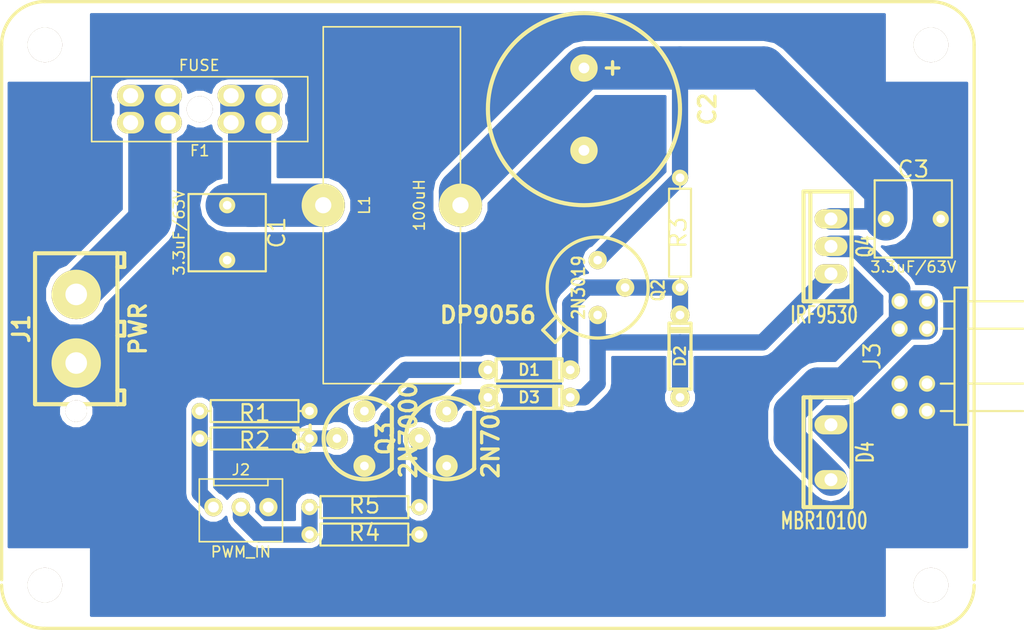
<source format=kicad_pcb>
(kicad_pcb (version 3) (host pcbnew "(2013-07-07 BZR 4022)-stable")

  (general
    (links 46)
    (no_connects 0)
    (area 22.9616 13.525499 120.484 64.669)
    (thickness 1.6)
    (drawings 0)
    (tracks 102)
    (zones 0)
    (modules 22)
    (nets 14)
  )

  (page A4)
  (layers
    (15 F.Cu signal)
    (0 B.Cu signal)
    (16 B.Adhes user)
    (17 F.Adhes user)
    (18 B.Paste user)
    (19 F.Paste user)
    (20 B.SilkS user)
    (21 F.SilkS user)
    (22 B.Mask user)
    (23 F.Mask user)
    (24 Dwgs.User user)
    (25 Cmts.User user)
    (26 Eco1.User user)
    (27 Eco2.User user)
    (28 Edge.Cuts user)
  )

  (setup
    (last_trace_width 1.5)
    (user_trace_width 0.5)
    (user_trace_width 0.508)
    (user_trace_width 1)
    (user_trace_width 1.5)
    (user_trace_width 2)
    (user_trace_width 3)
    (user_trace_width 4)
    (user_trace_width 5)
    (trace_clearance 0.254)
    (zone_clearance 0.5)
    (zone_45_only no)
    (trace_min 0.254)
    (segment_width 0.2)
    (edge_width 0.1)
    (via_size 0.889)
    (via_drill 0.635)
    (via_min_size 0.889)
    (via_min_drill 0.508)
    (user_via 1.7 0.8)
    (uvia_size 0.508)
    (uvia_drill 0.127)
    (uvias_allowed no)
    (uvia_min_size 0.508)
    (uvia_min_drill 0.127)
    (pcb_text_width 0.3)
    (pcb_text_size 1.5 1.5)
    (mod_edge_width 0.15)
    (mod_text_size 1 1)
    (mod_text_width 0.15)
    (pad_size 2.2 2.2)
    (pad_drill 1.2)
    (pad_to_mask_clearance 0)
    (aux_axis_origin 0 0)
    (visible_elements 7FFFFFFF)
    (pcbplotparams
      (layerselection 3178497)
      (usegerberextensions true)
      (excludeedgelayer true)
      (linewidth 0.150000)
      (plotframeref false)
      (viasonmask false)
      (mode 1)
      (useauxorigin false)
      (hpglpennumber 1)
      (hpglpenspeed 20)
      (hpglpendiameter 15)
      (hpglpenoverlay 2)
      (psnegative false)
      (psa4output false)
      (plotreference true)
      (plotvalue true)
      (plotothertext true)
      (plotinvisibletext false)
      (padsonsilk false)
      (subtractmaskfromsilk false)
      (outputformat 1)
      (mirror false)
      (drillshape 1)
      (scaleselection 1)
      (outputdirectory ""))
  )

  (net 0 "")
  (net 1 GND)
  (net 2 N-000001)
  (net 3 N-0000010)
  (net 4 N-0000011)
  (net 5 N-0000012)
  (net 6 N-000003)
  (net 7 N-000004)
  (net 8 N-000005)
  (net 9 N-000006)
  (net 10 N-000007)
  (net 11 N-000008)
  (net 12 N-000009)
  (net 13 VDD)

  (net_class Default "This is the default net class."
    (clearance 0.254)
    (trace_width 0.254)
    (via_dia 0.889)
    (via_drill 0.635)
    (uvia_dia 0.508)
    (uvia_drill 0.127)
    (add_net "")
    (add_net GND)
    (add_net N-000001)
    (add_net N-0000010)
    (add_net N-0000011)
    (add_net N-0000012)
    (add_net N-000003)
    (add_net N-000004)
    (add_net N-000005)
    (add_net N-000006)
    (add_net N-000007)
    (add_net N-000008)
    (add_net N-000009)
    (add_net VDD)
  )

  (module TO220-2 (layer F.Cu) (tedit 525D9A0F) (tstamp 55363A13)
    (at 100.33 54.61 180)
    (path /54DCAB09)
    (fp_text reference D4 (at -3.175 0 270) (layer F.SilkS)
      (effects (font (size 1.524 1.016) (thickness 0.2032)))
    )
    (fp_text value MBR10100 (at 0.635 -6.35 180) (layer F.SilkS)
      (effects (font (size 1.524 1.016) (thickness 0.2032)))
    )
    (fp_line (start 1.905 -5.08) (end 2.54 -5.08) (layer F.SilkS) (width 0.381))
    (fp_line (start 2.54 -5.08) (end 2.54 5.08) (layer F.SilkS) (width 0.381))
    (fp_line (start 2.54 5.08) (end 1.905 5.08) (layer F.SilkS) (width 0.381))
    (fp_line (start -1.905 -5.08) (end 1.905 -5.08) (layer F.SilkS) (width 0.381))
    (fp_line (start 1.905 -5.08) (end 1.905 5.08) (layer F.SilkS) (width 0.381))
    (fp_line (start 1.905 5.08) (end -1.905 5.08) (layer F.SilkS) (width 0.381))
    (fp_line (start -1.905 5.08) (end -1.905 -5.08) (layer F.SilkS) (width 0.381))
    (pad 1 thru_hole oval (at 0 -2.54 180) (size 3.048 1.778) (drill 1.19888)
      (layers *.Cu *.Mask F.SilkS)
      (net 3 N-0000010)
    )
    (pad 3 thru_hole oval (at 0 2.54 180) (size 3.048 1.778) (drill 1.19888)
      (layers *.Cu *.Mask F.SilkS)
      (net 1 GND)
    )
    (model discret/to220_vert.wrl
      (at (xyz 0 0 0))
      (scale (xyz 1 1 1))
      (rotate (xyz 0 0 0))
    )
  )

  (module TO-92_V (layer F.Cu) (tedit 4AD970F2) (tstamp 55363F9B)
    (at 57.15 53.34 90)
    (path /552FDA3D)
    (fp_text reference Q1 (at 0 -5.715 90) (layer F.SilkS)
      (effects (font (size 1.524 1.524) (thickness 0.3048)))
    )
    (fp_text value 2N7000 (at 0.762 4.064 90) (layer F.SilkS)
      (effects (font (size 1.524 1.524) (thickness 0.3048)))
    )
    (fp_line (start 2.794 2.54) (end -2.794 2.54) (layer F.SilkS) (width 0.381))
    (fp_arc (start 0 0) (end 2.54 -2.794) (angle 90) (layer F.SilkS) (width 0.381))
    (fp_arc (start 0 0) (end -2.54 -2.794) (angle 90) (layer F.SilkS) (width 0.381))
    (fp_arc (start 0 0) (end -2.794 2.54) (angle 90) (layer F.SilkS) (width 0.381))
    (pad 1 thru_hole circle (at -2.54 0 90) (size 2.032 2.032) (drill 0.8001)
      (layers *.Cu *.Mask F.SilkS)
      (net 1 GND)
    )
    (pad 2 thru_hole circle (at 0 -2.54 90) (size 2.032 2.032) (drill 0.8001)
      (layers *.Cu *.Mask F.SilkS)
      (net 8 N-000005)
    )
    (pad 3 thru_hole circle (at 2.54 0 90) (size 2.032 2.032) (drill 0.8001)
      (layers *.Cu *.Mask F.SilkS)
      (net 11 N-000008)
    )
  )

  (module TO-92_V (layer F.Cu) (tedit 4AD970F2) (tstamp 55363FA7)
    (at 64.77 53.34 90)
    (path /552FDA1A)
    (fp_text reference Q3 (at 0 -5.715 90) (layer F.SilkS)
      (effects (font (size 1.524 1.524) (thickness 0.3048)))
    )
    (fp_text value 2N7000 (at 0.762 4.064 90) (layer F.SilkS)
      (effects (font (size 1.524 1.524) (thickness 0.3048)))
    )
    (fp_line (start 2.794 2.54) (end -2.794 2.54) (layer F.SilkS) (width 0.381))
    (fp_arc (start 0 0) (end 2.54 -2.794) (angle 90) (layer F.SilkS) (width 0.381))
    (fp_arc (start 0 0) (end -2.54 -2.794) (angle 90) (layer F.SilkS) (width 0.381))
    (fp_arc (start 0 0) (end -2.794 2.54) (angle 90) (layer F.SilkS) (width 0.381))
    (pad 1 thru_hole circle (at -2.54 0 90) (size 2.032 2.032) (drill 0.8001)
      (layers *.Cu *.Mask F.SilkS)
      (net 1 GND)
    )
    (pad 2 thru_hole circle (at 0 -2.54 90) (size 2.032 2.032) (drill 0.8001)
      (layers *.Cu *.Mask F.SilkS)
      (net 9 N-000006)
    )
    (pad 3 thru_hole circle (at 2.54 0 90) (size 2.032 2.032) (drill 0.8001)
      (layers *.Cu *.Mask F.SilkS)
      (net 5 N-0000012)
    )
  )

  (module TO-39 (layer F.Cu) (tedit 55300677) (tstamp 55363A34)
    (at 78.74 39.37 90)
    (descr "Transistor TO38")
    (tags TO38)
    (path /54C35838)
    (fp_text reference Q2 (at -0.254 5.588 90) (layer F.SilkS)
      (effects (font (size 1.143 1.016) (thickness 0.2032)))
    )
    (fp_text value 2N3019 (at 0 -1.778 90) (layer F.SilkS)
      (effects (font (size 1.143 1.016) (thickness 0.2032)))
    )
    (fp_circle (center 0 0) (end 3.175 3.429) (layer F.SilkS) (width 0.3048))
    (fp_line (start -3.81 -2.667) (end -5.08 -3.937) (layer F.SilkS) (width 0.3048))
    (fp_line (start -2.667 -3.81) (end -3.937 -5.08) (layer F.SilkS) (width 0.3048))
    (fp_line (start -3.937 -5.08) (end -5.08 -3.937) (layer F.SilkS) (width 0.3048))
    (pad 2 thru_hole circle (at 2.54 0 90) (size 1.7 1.7) (drill 0.8)
      (layers *.Cu *.Mask F.SilkS)
      (net 6 N-000003)
    )
    (pad 1 thru_hole circle (at 0 2.54 90) (size 1.7 1.7) (drill 0.8)
      (layers *.Cu *.Mask F.SilkS)
      (net 12 N-000009)
    )
    (pad 3 thru_hole circle (at -2.54 0 90) (size 1.7 1.7) (drill 0.8)
      (layers *.Cu *.Mask F.SilkS)
      (net 7 N-000004)
    )
    (model discret/to5.wrl
      (at (xyz 0 0 0))
      (scale (xyz 1 1 1))
      (rotate (xyz 0 0 0))
    )
  )

  (module TO-220_V (layer F.Cu) (tedit 4AD99B76) (tstamp 55363A42)
    (at 100.33 35.56 180)
    (path /54B59908)
    (fp_text reference Q4 (at -3.175 0 270) (layer F.SilkS)
      (effects (font (size 1.524 1.016) (thickness 0.2032)))
    )
    (fp_text value IRF9530 (at 0.635 -6.35 180) (layer F.SilkS)
      (effects (font (size 1.524 1.016) (thickness 0.2032)))
    )
    (fp_line (start 1.905 -5.08) (end 2.54 -5.08) (layer F.SilkS) (width 0.381))
    (fp_line (start 2.54 -5.08) (end 2.54 5.08) (layer F.SilkS) (width 0.381))
    (fp_line (start 2.54 5.08) (end 1.905 5.08) (layer F.SilkS) (width 0.381))
    (fp_line (start -1.905 -5.08) (end 1.905 -5.08) (layer F.SilkS) (width 0.381))
    (fp_line (start 1.905 -5.08) (end 1.905 5.08) (layer F.SilkS) (width 0.381))
    (fp_line (start 1.905 5.08) (end -1.905 5.08) (layer F.SilkS) (width 0.381))
    (fp_line (start -1.905 5.08) (end -1.905 -5.08) (layer F.SilkS) (width 0.381))
    (pad 1 thru_hole oval (at 0 -2.54 180) (size 3.048 1.778) (drill 1.19888)
      (layers *.Cu *.Mask F.SilkS)
      (net 7 N-000004)
    )
    (pad 2 thru_hole oval (at 0 0 180) (size 3.048 1.778) (drill 1.19888)
      (layers *.Cu *.Mask F.SilkS)
      (net 3 N-0000010)
    )
    (pad 3 thru_hole oval (at 0 2.54 180) (size 3.048 1.778) (drill 1.19888)
      (layers *.Cu *.Mask F.SilkS)
      (net 6 N-000003)
    )
    (model discret/to220_vert.wrl
      (at (xyz 0 0 0))
      (scale (xyz 1 1 1))
      (rotate (xyz 0 0 0))
    )
  )

  (module R4 (layer F.Cu) (tedit 52119F90) (tstamp 55363A4F)
    (at 57.15 62.23 180)
    (descr "Resitance 4 pas")
    (tags R)
    (path /55356B1C)
    (autoplace_cost180 10)
    (fp_text reference R4 (at 0 0.18 180) (layer F.SilkS)
      (effects (font (size 1.5 1.5) (thickness 0.2032)))
    )
    (fp_text value 100k (at 0 0 180) (layer F.SilkS) hide
      (effects (font (size 1.397 1.27) (thickness 0.2032)))
    )
    (fp_line (start -5.08 0) (end -4.064 0) (layer F.SilkS) (width 0.2))
    (fp_line (start -4.064 0) (end -4.064 -1.016) (layer F.SilkS) (width 0.2))
    (fp_line (start -4.064 -1.016) (end 4.064 -1.016) (layer F.SilkS) (width 0.2))
    (fp_line (start 4.064 -1.016) (end 4.064 1.016) (layer F.SilkS) (width 0.2))
    (fp_line (start 4.064 1.016) (end -4.064 1.016) (layer F.SilkS) (width 0.2))
    (fp_line (start -4.064 1.016) (end -4.064 0) (layer F.SilkS) (width 0.2))
    (fp_line (start 5.08 0) (end 4.064 0) (layer F.SilkS) (width 0.2))
    (pad 1 thru_hole circle (at -5.08 0 180) (size 1.5 1.5) (drill 0.8001)
      (layers *.Cu *.Mask F.SilkS)
      (net 1 GND)
    )
    (pad 2 thru_hole circle (at 5.08 0 180) (size 1.5 1.5) (drill 0.8001)
      (layers *.Cu *.Mask F.SilkS)
      (net 4 N-0000011)
    )
    (model discret/resistor.wrl
      (at (xyz 0 0 0))
      (scale (xyz 0.4 0.4 0.4))
      (rotate (xyz 0 0 0))
    )
  )

  (module R4 (layer F.Cu) (tedit 52119F90) (tstamp 55363A5C)
    (at 46.99 50.8)
    (descr "Resitance 4 pas")
    (tags R)
    (path /55356B0D)
    (autoplace_cost180 10)
    (fp_text reference R1 (at 0 0.18) (layer F.SilkS)
      (effects (font (size 1.5 1.5) (thickness 0.2032)))
    )
    (fp_text value 100k (at 0 0) (layer F.SilkS) hide
      (effects (font (size 1.397 1.27) (thickness 0.2032)))
    )
    (fp_line (start -5.08 0) (end -4.064 0) (layer F.SilkS) (width 0.2))
    (fp_line (start -4.064 0) (end -4.064 -1.016) (layer F.SilkS) (width 0.2))
    (fp_line (start -4.064 -1.016) (end 4.064 -1.016) (layer F.SilkS) (width 0.2))
    (fp_line (start 4.064 -1.016) (end 4.064 1.016) (layer F.SilkS) (width 0.2))
    (fp_line (start 4.064 1.016) (end -4.064 1.016) (layer F.SilkS) (width 0.2))
    (fp_line (start -4.064 1.016) (end -4.064 0) (layer F.SilkS) (width 0.2))
    (fp_line (start 5.08 0) (end 4.064 0) (layer F.SilkS) (width 0.2))
    (pad 1 thru_hole circle (at -5.08 0) (size 1.5 1.5) (drill 0.8001)
      (layers *.Cu *.Mask F.SilkS)
      (net 10 N-000007)
    )
    (pad 2 thru_hole circle (at 5.08 0) (size 1.5 1.5) (drill 0.8001)
      (layers *.Cu *.Mask F.SilkS)
      (net 1 GND)
    )
    (model discret/resistor.wrl
      (at (xyz 0 0 0))
      (scale (xyz 0.4 0.4 0.4))
      (rotate (xyz 0 0 0))
    )
  )

  (module R4 (layer F.Cu) (tedit 52119F90) (tstamp 55363A69)
    (at 86.36 34.29 270)
    (descr "Resitance 4 pas")
    (tags R)
    (path /55356A80)
    (autoplace_cost180 10)
    (fp_text reference R3 (at 0 0.18 270) (layer F.SilkS)
      (effects (font (size 1.5 1.5) (thickness 0.2032)))
    )
    (fp_text value 100 (at 0 0 270) (layer F.SilkS) hide
      (effects (font (size 1.397 1.27) (thickness 0.2032)))
    )
    (fp_line (start -5.08 0) (end -4.064 0) (layer F.SilkS) (width 0.2))
    (fp_line (start -4.064 0) (end -4.064 -1.016) (layer F.SilkS) (width 0.2))
    (fp_line (start -4.064 -1.016) (end 4.064 -1.016) (layer F.SilkS) (width 0.2))
    (fp_line (start 4.064 -1.016) (end 4.064 1.016) (layer F.SilkS) (width 0.2))
    (fp_line (start 4.064 1.016) (end -4.064 1.016) (layer F.SilkS) (width 0.2))
    (fp_line (start -4.064 1.016) (end -4.064 0) (layer F.SilkS) (width 0.2))
    (fp_line (start 5.08 0) (end 4.064 0) (layer F.SilkS) (width 0.2))
    (pad 1 thru_hole circle (at -5.08 0 270) (size 1.5 1.5) (drill 0.8001)
      (layers *.Cu *.Mask F.SilkS)
      (net 6 N-000003)
    )
    (pad 2 thru_hole circle (at 5.08 0 270) (size 1.5 1.5) (drill 0.8001)
      (layers *.Cu *.Mask F.SilkS)
      (net 12 N-000009)
    )
    (model discret/resistor.wrl
      (at (xyz 0 0 0))
      (scale (xyz 0.4 0.4 0.4))
      (rotate (xyz 0 0 0))
    )
  )

  (module R4 (layer F.Cu) (tedit 52119F90) (tstamp 55363A76)
    (at 46.99 53.34)
    (descr "Resitance 4 pas")
    (tags R)
    (path /552FDC25)
    (autoplace_cost180 10)
    (fp_text reference R2 (at 0 0.18) (layer F.SilkS)
      (effects (font (size 1.5 1.5) (thickness 0.2032)))
    )
    (fp_text value 100 (at 0 0) (layer F.SilkS) hide
      (effects (font (size 1.397 1.27) (thickness 0.2032)))
    )
    (fp_line (start -5.08 0) (end -4.064 0) (layer F.SilkS) (width 0.2))
    (fp_line (start -4.064 0) (end -4.064 -1.016) (layer F.SilkS) (width 0.2))
    (fp_line (start -4.064 -1.016) (end 4.064 -1.016) (layer F.SilkS) (width 0.2))
    (fp_line (start 4.064 -1.016) (end 4.064 1.016) (layer F.SilkS) (width 0.2))
    (fp_line (start 4.064 1.016) (end -4.064 1.016) (layer F.SilkS) (width 0.2))
    (fp_line (start -4.064 1.016) (end -4.064 0) (layer F.SilkS) (width 0.2))
    (fp_line (start 5.08 0) (end 4.064 0) (layer F.SilkS) (width 0.2))
    (pad 1 thru_hole circle (at -5.08 0) (size 1.5 1.5) (drill 0.8001)
      (layers *.Cu *.Mask F.SilkS)
      (net 10 N-000007)
    )
    (pad 2 thru_hole circle (at 5.08 0) (size 1.5 1.5) (drill 0.8001)
      (layers *.Cu *.Mask F.SilkS)
      (net 8 N-000005)
    )
    (model discret/resistor.wrl
      (at (xyz 0 0 0))
      (scale (xyz 0.4 0.4 0.4))
      (rotate (xyz 0 0 0))
    )
  )

  (module R4 (layer F.Cu) (tedit 52119F90) (tstamp 55363A83)
    (at 57.15 59.69 180)
    (descr "Resitance 4 pas")
    (tags R)
    (path /54B5A882)
    (autoplace_cost180 10)
    (fp_text reference R5 (at 0 0.18 180) (layer F.SilkS)
      (effects (font (size 1.5 1.5) (thickness 0.2032)))
    )
    (fp_text value 100 (at 0 0 180) (layer F.SilkS) hide
      (effects (font (size 1.397 1.27) (thickness 0.2032)))
    )
    (fp_line (start -5.08 0) (end -4.064 0) (layer F.SilkS) (width 0.2))
    (fp_line (start -4.064 0) (end -4.064 -1.016) (layer F.SilkS) (width 0.2))
    (fp_line (start -4.064 -1.016) (end 4.064 -1.016) (layer F.SilkS) (width 0.2))
    (fp_line (start 4.064 -1.016) (end 4.064 1.016) (layer F.SilkS) (width 0.2))
    (fp_line (start 4.064 1.016) (end -4.064 1.016) (layer F.SilkS) (width 0.2))
    (fp_line (start -4.064 1.016) (end -4.064 0) (layer F.SilkS) (width 0.2))
    (fp_line (start 5.08 0) (end 4.064 0) (layer F.SilkS) (width 0.2))
    (pad 1 thru_hole circle (at -5.08 0 180) (size 1.5 1.5) (drill 0.8001)
      (layers *.Cu *.Mask F.SilkS)
      (net 9 N-000006)
    )
    (pad 2 thru_hole circle (at 5.08 0 180) (size 1.5 1.5) (drill 0.8001)
      (layers *.Cu *.Mask F.SilkS)
      (net 4 N-0000011)
    )
    (model discret/resistor.wrl
      (at (xyz 0 0 0))
      (scale (xyz 0.4 0.4 0.4))
      (rotate (xyz 0 0 0))
    )
  )

  (module MOLEX_36538_2 (layer F.Cu) (tedit 4ACC962B) (tstamp 55363A97)
    (at 30.48 43.18 90)
    (path /54DCAB3A)
    (fp_text reference J1 (at 0 -5.08 90) (layer F.SilkS)
      (effects (font (size 1.524 1.524) (thickness 0.3048)))
    )
    (fp_text value PWR (at 0 5.715 90) (layer F.SilkS)
      (effects (font (size 1.524 1.524) (thickness 0.3048)))
    )
    (fp_line (start 6.985 4.445) (end 5.715 4.445) (layer F.SilkS) (width 0.381))
    (fp_line (start 5.715 4.445) (end 5.715 3.81) (layer F.SilkS) (width 0.381))
    (fp_line (start -6.985 4.445) (end -5.715 4.445) (layer F.SilkS) (width 0.381))
    (fp_line (start -5.715 4.445) (end -5.715 3.81) (layer F.SilkS) (width 0.381))
    (fp_line (start -0.635 3.81) (end -0.635 4.445) (layer F.SilkS) (width 0.381))
    (fp_line (start -0.635 4.445) (end 0.635 4.445) (layer F.SilkS) (width 0.381))
    (fp_line (start 0.635 4.445) (end 0.635 3.81) (layer F.SilkS) (width 0.381))
    (fp_line (start -6.985 3.81) (end -6.985 4.445) (layer F.SilkS) (width 0.381))
    (fp_line (start 6.985 3.81) (end 6.985 4.445) (layer F.SilkS) (width 0.381))
    (fp_line (start 6.985 3.81) (end 6.985 -3.81) (layer F.SilkS) (width 0.381))
    (fp_line (start 6.985 -3.81) (end -6.985 -3.81) (layer F.SilkS) (width 0.381))
    (fp_line (start -6.985 -3.81) (end -6.985 3.81) (layer F.SilkS) (width 0.381))
    (fp_line (start -6.985 3.81) (end 6.985 3.81) (layer F.SilkS) (width 0.381))
    (pad 1 thru_hole circle (at -3.175 0 90) (size 4.572 4.572) (drill 1.99898)
      (layers *.Cu *.Mask F.SilkS)
      (net 1 GND)
    )
    (pad 2 thru_hole circle (at 3.175 0 90) (size 4.572 4.572) (drill 1.99898)
      (layers *.Cu *.Mask F.SilkS)
      (net 2 N-000001)
    )
    (pad "" thru_hole circle (at -7.62 0 90) (size 1.99898 1.99898) (drill 1.99898)
      (layers *.Cu *.Mask F.SilkS)
    )
  )

  (module MD-TEST-HDR-M (layer F.Cu) (tedit 54D8F1D0) (tstamp 55363AAF)
    (at 107.95 45.72 90)
    (path /54DCAB2B)
    (fp_text reference J3 (at 0 -3.81 90) (layer F.SilkS)
      (effects (font (size 1.5 1.5) (thickness 0.2)))
    )
    (fp_text value OUT (at 0 11.43 90) (layer F.SilkS) hide
      (effects (font (size 1.5 1.5) (thickness 0.2)))
    )
    (fp_line (start -6.35 5.08) (end 6.35 5.08) (layer F.SilkS) (width 0.2))
    (fp_line (start -6.35 3.81) (end 6.35 3.81) (layer F.SilkS) (width 0.2))
    (fp_line (start -6.35 5.08) (end -6.35 3.81) (layer F.SilkS) (width 0.2))
    (fp_line (start 6.35 5.08) (end 6.35 3.81) (layer F.SilkS) (width 0.2))
    (fp_line (start -5.08 10.16) (end -5.08 5.08) (layer F.SilkS) (width 0.2))
    (fp_line (start -2.54 10.16) (end -2.54 5.08) (layer F.SilkS) (width 0.2))
    (fp_line (start 2.54 10.16) (end 2.54 5.08) (layer F.SilkS) (width 0.2))
    (fp_line (start 5.08 10.16) (end 5.08 5.08) (layer F.SilkS) (width 0.2))
    (fp_line (start -5.08 3.81) (end -5.08 2.54) (layer F.SilkS) (width 0.2))
    (fp_line (start -2.54 3.81) (end -2.54 2.54) (layer F.SilkS) (width 0.2))
    (fp_line (start 2.54 3.81) (end 2.54 2.54) (layer F.SilkS) (width 0.2))
    (fp_line (start 5.08 3.81) (end 5.08 2.54) (layer F.SilkS) (width 0.2))
    (pad 1 thru_hole circle (at -5.08 1.27 90) (size 1.5 1.5) (drill 1)
      (layers *.Cu *.Mask F.SilkS)
      (net 1 GND)
    )
    (pad 2 thru_hole circle (at -5.08 -1.27 90) (size 1.5 1.5) (drill 1)
      (layers *.Cu *.Mask F.SilkS)
      (net 1 GND)
    )
    (pad 3 thru_hole circle (at -2.54 1.27 90) (size 1.5 1.5) (drill 1)
      (layers *.Cu *.Mask F.SilkS)
      (net 1 GND)
    )
    (pad 4 thru_hole circle (at -2.54 -1.27 90) (size 1.5 1.5) (drill 1)
      (layers *.Cu *.Mask F.SilkS)
      (net 1 GND)
    )
    (pad 7 thru_hole circle (at 2.54 1.27 90) (size 1.5 1.5) (drill 1)
      (layers *.Cu *.Mask F.SilkS)
      (net 3 N-0000010)
    )
    (pad 9 thru_hole circle (at 5.08 1.27 90) (size 1.5 1.5) (drill 1)
      (layers *.Cu *.Mask F.SilkS)
      (net 3 N-0000010)
    )
    (pad 10 thru_hole circle (at 5.08 -1.27 90) (size 1.5 1.5) (drill 1)
      (layers *.Cu *.Mask F.SilkS)
      (net 3 N-0000010)
    )
    (pad 8 thru_hole circle (at 2.54 -1.27 90) (size 1.5 1.5) (drill 1)
      (layers *.Cu *.Mask F.SilkS)
      (net 3 N-0000010)
    )
  )

  (module L-TOROID-D35X5 (layer F.Cu) (tedit 54D8F03E) (tstamp 55363AB9)
    (at 59.69 31.75 90)
    (path /552FDD45)
    (fp_text reference L1 (at 0 -2.54 90) (layer F.SilkS)
      (effects (font (size 1 1) (thickness 0.15)))
    )
    (fp_text value 100uH (at 0 2.54 90) (layer F.SilkS)
      (effects (font (size 1 1) (thickness 0.15)))
    )
    (fp_line (start -16.51 -6.35) (end 16.51 -6.35) (layer F.SilkS) (width 0.15))
    (fp_line (start 16.51 -6.35) (end 16.51 6.35) (layer F.SilkS) (width 0.15))
    (fp_line (start 16.51 6.35) (end -16.51 6.35) (layer F.SilkS) (width 0.15))
    (fp_line (start -16.51 6.35) (end -16.51 -6.35) (layer F.SilkS) (width 0.15))
    (pad 1 thru_hole circle (at 0 -6.35 90) (size 4 4) (drill 1.5)
      (layers *.Cu *.Mask F.SilkS)
      (net 13 VDD)
    )
    (pad 2 thru_hole circle (at 0 6.35 90) (size 4 4) (drill 1.5)
      (layers *.Cu *.Mask F.SilkS)
      (net 6 N-000003)
    )
  )

  (module D3 (layer F.Cu) (tedit 525A75FB) (tstamp 55363AC9)
    (at 86.36 45.72 90)
    (descr "Diode 3 pas")
    (tags "DIODE DEV")
    (path /54C35AF0)
    (fp_text reference D2 (at 0 0 90) (layer F.SilkS)
      (effects (font (size 1.016 1.016) (thickness 0.2032)))
    )
    (fp_text value 1N5819 (at 0 0 90) (layer F.SilkS) hide
      (effects (font (size 1.016 1.016) (thickness 0.2032)))
    )
    (fp_line (start 3.81 0) (end 3.048 0) (layer F.SilkS) (width 0.3048))
    (fp_line (start 3.048 0) (end 3.048 -1.016) (layer F.SilkS) (width 0.3048))
    (fp_line (start 3.048 -1.016) (end -3.048 -1.016) (layer F.SilkS) (width 0.3048))
    (fp_line (start -3.048 -1.016) (end -3.048 0) (layer F.SilkS) (width 0.3048))
    (fp_line (start -3.048 0) (end -3.81 0) (layer F.SilkS) (width 0.3048))
    (fp_line (start -3.048 0) (end -3.048 1.016) (layer F.SilkS) (width 0.3048))
    (fp_line (start -3.048 1.016) (end 3.048 1.016) (layer F.SilkS) (width 0.3048))
    (fp_line (start 3.048 1.016) (end 3.048 0) (layer F.SilkS) (width 0.3048))
    (fp_line (start 2.54 -1.016) (end 2.54 1.016) (layer F.SilkS) (width 0.3048))
    (fp_line (start 2.286 1.016) (end 2.286 -1.016) (layer F.SilkS) (width 0.3048))
    (pad 2 thru_hole circle (at 3.81 0 90) (size 1.778 1.778) (drill 0.8001)
      (layers *.Cu *.Mask F.SilkS)
      (net 12 N-000009)
    )
    (pad 1 thru_hole circle (at -3.81 0 90) (size 1.778 1.778) (drill 0.8001)
      (layers *.Cu *.Mask F.SilkS)
      (net 7 N-000004)
    )
    (model discret/diode.wrl
      (at (xyz 0 0 0))
      (scale (xyz 0.3 0.3 0.3))
      (rotate (xyz 0 0 0))
    )
  )

  (module D3 (layer F.Cu) (tedit 525A75FB) (tstamp 55363AD9)
    (at 72.39 46.99)
    (descr "Diode 3 pas")
    (tags "DIODE DEV")
    (path /55356A52)
    (fp_text reference D1 (at 0 0) (layer F.SilkS)
      (effects (font (size 1.016 1.016) (thickness 0.2032)))
    )
    (fp_text value ZENER (at 0 0) (layer F.SilkS) hide
      (effects (font (size 1.016 1.016) (thickness 0.2032)))
    )
    (fp_line (start 3.81 0) (end 3.048 0) (layer F.SilkS) (width 0.3048))
    (fp_line (start 3.048 0) (end 3.048 -1.016) (layer F.SilkS) (width 0.3048))
    (fp_line (start 3.048 -1.016) (end -3.048 -1.016) (layer F.SilkS) (width 0.3048))
    (fp_line (start -3.048 -1.016) (end -3.048 0) (layer F.SilkS) (width 0.3048))
    (fp_line (start -3.048 0) (end -3.81 0) (layer F.SilkS) (width 0.3048))
    (fp_line (start -3.048 0) (end -3.048 1.016) (layer F.SilkS) (width 0.3048))
    (fp_line (start -3.048 1.016) (end 3.048 1.016) (layer F.SilkS) (width 0.3048))
    (fp_line (start 3.048 1.016) (end 3.048 0) (layer F.SilkS) (width 0.3048))
    (fp_line (start 2.54 -1.016) (end 2.54 1.016) (layer F.SilkS) (width 0.3048))
    (fp_line (start 2.286 1.016) (end 2.286 -1.016) (layer F.SilkS) (width 0.3048))
    (pad 2 thru_hole circle (at 3.81 0) (size 1.778 1.778) (drill 0.8001)
      (layers *.Cu *.Mask F.SilkS)
      (net 12 N-000009)
    )
    (pad 1 thru_hole circle (at -3.81 0) (size 1.778 1.778) (drill 0.8001)
      (layers *.Cu *.Mask F.SilkS)
      (net 11 N-000008)
    )
    (model discret/diode.wrl
      (at (xyz 0 0 0))
      (scale (xyz 0.3 0.3 0.3))
      (rotate (xyz 0 0 0))
    )
  )

  (module D3 (layer F.Cu) (tedit 525A75FB) (tstamp 55363AE9)
    (at 72.39 49.53)
    (descr "Diode 3 pas")
    (tags "DIODE DEV")
    (path /54B5A6F5)
    (fp_text reference D3 (at 0 0) (layer F.SilkS)
      (effects (font (size 1.016 1.016) (thickness 0.2032)))
    )
    (fp_text value "ZENER 33V" (at 0 0) (layer F.SilkS) hide
      (effects (font (size 1.016 1.016) (thickness 0.2032)))
    )
    (fp_line (start 3.81 0) (end 3.048 0) (layer F.SilkS) (width 0.3048))
    (fp_line (start 3.048 0) (end 3.048 -1.016) (layer F.SilkS) (width 0.3048))
    (fp_line (start 3.048 -1.016) (end -3.048 -1.016) (layer F.SilkS) (width 0.3048))
    (fp_line (start -3.048 -1.016) (end -3.048 0) (layer F.SilkS) (width 0.3048))
    (fp_line (start -3.048 0) (end -3.81 0) (layer F.SilkS) (width 0.3048))
    (fp_line (start -3.048 0) (end -3.048 1.016) (layer F.SilkS) (width 0.3048))
    (fp_line (start -3.048 1.016) (end 3.048 1.016) (layer F.SilkS) (width 0.3048))
    (fp_line (start 3.048 1.016) (end 3.048 0) (layer F.SilkS) (width 0.3048))
    (fp_line (start 2.54 -1.016) (end 2.54 1.016) (layer F.SilkS) (width 0.3048))
    (fp_line (start 2.286 1.016) (end 2.286 -1.016) (layer F.SilkS) (width 0.3048))
    (pad 2 thru_hole circle (at 3.81 0) (size 1.778 1.778) (drill 0.8001)
      (layers *.Cu *.Mask F.SilkS)
      (net 7 N-000004)
    )
    (pad 1 thru_hole circle (at -3.81 0) (size 1.778 1.778) (drill 0.8001)
      (layers *.Cu *.Mask F.SilkS)
      (net 5 N-0000012)
    )
    (model discret/diode.wrl
      (at (xyz 0 0 0))
      (scale (xyz 0.3 0.3 0.3))
      (rotate (xyz 0 0 0))
    )
  )

  (module CONN_NCW254-03S (layer F.Cu) (tedit 525A1FCA) (tstamp 55363AF7)
    (at 45.72 59.69)
    (path /54DCAB49)
    (fp_text reference J2 (at 0 -3.45) (layer F.SilkS)
      (effects (font (size 1 1) (thickness 0.15)))
    )
    (fp_text value PWM_IN (at 0 4.15) (layer F.SilkS)
      (effects (font (size 1 1) (thickness 0.15)))
    )
    (fp_line (start 2.5 -2) (end -2.5 -2) (layer F.SilkS) (width 0.15))
    (fp_line (start 2.5 -2.6) (end 2.5 -2) (layer F.SilkS) (width 0.15))
    (fp_line (start -2.5 -2.6) (end -2.5 -2) (layer F.SilkS) (width 0.15))
    (fp_line (start 3.85 -2.6) (end 3.85 3.2) (layer F.SilkS) (width 0.15))
    (fp_line (start -3.85 -2.6) (end 3.85 -2.6) (layer F.SilkS) (width 0.15))
    (fp_line (start -3.85 3.2) (end -3.85 -2.6) (layer F.SilkS) (width 0.15))
    (fp_line (start -3.85 3.2) (end 3.85 3.2) (layer F.SilkS) (width 0.15))
    (pad 2 thru_hole circle (at 0 0) (size 1.7 1.7) (drill 1)
      (layers *.Cu *.Mask F.SilkS)
      (net 4 N-0000011)
    )
    (pad 3 thru_hole circle (at 2.54 0) (size 1.7 1.7) (drill 1)
      (layers *.Cu *.Mask F.SilkS)
      (net 1 GND)
    )
    (pad 1 thru_hole circle (at -2.54 0) (size 1.7 1.7) (drill 1)
      (layers *.Cu *.Mask F.SilkS)
      (net 10 N-000007)
    )
  )

  (module C3P_D7 (layer F.Cu) (tedit 4AD8E8B8) (tstamp 55363AFF)
    (at 77.47 22.86 270)
    (path /552FDD09)
    (fp_text reference C2 (at 0 -11.43 270) (layer F.SilkS)
      (effects (font (size 1.524 1.524) (thickness 0.3048)))
    )
    (fp_text value 1000uF/63V (at 0 10.16 270) (layer F.SilkS) hide
      (effects (font (size 1.524 1.524) (thickness 0.3048)))
    )
    (fp_text user + (at -3.81 -2.54 270) (layer F.SilkS)
      (effects (font (size 1.524 1.524) (thickness 0.3048)))
    )
    (fp_circle (center 0 0) (end 8.89 0) (layer F.SilkS) (width 0.381))
    (pad 1 thru_hole circle (at -3.81 0 270) (size 2.54 2.54) (drill 1.00076)
      (layers *.Cu *.Mask F.SilkS)
      (net 6 N-000003)
    )
    (pad 2 thru_hole circle (at 3.81 0 270) (size 2.54 2.54) (drill 1.00076)
      (layers *.Cu *.Mask F.SilkS)
      (net 1 GND)
    )
  )

  (module C2_3x3 (layer F.Cu) (tedit 55356DF0) (tstamp 55363B09)
    (at 107.95 33.02)
    (path /552FDD27)
    (fp_text reference C3 (at 0 -4.6) (layer F.SilkS)
      (effects (font (size 1.5 1.5) (thickness 0.2)))
    )
    (fp_text value 3.3uF/63V (at 0 4.45) (layer F.SilkS)
      (effects (font (size 1 1) (thickness 0.15)))
    )
    (fp_line (start -3.575 -3.575) (end 3.575 -3.575) (layer F.SilkS) (width 0.2))
    (fp_line (start 3.575 -3.575) (end 3.575 3.575) (layer F.SilkS) (width 0.2))
    (fp_line (start 3.575 3.575) (end -3.575 3.575) (layer F.SilkS) (width 0.2))
    (fp_line (start -3.575 3.575) (end -3.575 -3.575) (layer F.SilkS) (width 0.2))
    (pad 1 thru_hole circle (at -2.54 0) (size 1.5 1.5) (drill 0.8)
      (layers *.Cu *.Mask F.SilkS)
      (net 6 N-000003)
    )
    (pad 2 thru_hole circle (at 2.54 0) (size 1.5 1.5) (drill 0.8)
      (layers *.Cu *.Mask F.SilkS)
      (net 1 GND)
    )
  )

  (module C2_3x3 (layer F.Cu) (tedit 55356DF0) (tstamp 55363B13)
    (at 44.45 34.29 270)
    (path /552FDD36)
    (fp_text reference C1 (at 0 -4.6 270) (layer F.SilkS)
      (effects (font (size 1.5 1.5) (thickness 0.2)))
    )
    (fp_text value 3.3uF/63V (at 0 4.45 270) (layer F.SilkS)
      (effects (font (size 1 1) (thickness 0.15)))
    )
    (fp_line (start -3.575 -3.575) (end 3.575 -3.575) (layer F.SilkS) (width 0.2))
    (fp_line (start 3.575 -3.575) (end 3.575 3.575) (layer F.SilkS) (width 0.2))
    (fp_line (start 3.575 3.575) (end -3.575 3.575) (layer F.SilkS) (width 0.2))
    (fp_line (start -3.575 3.575) (end -3.575 -3.575) (layer F.SilkS) (width 0.2))
    (pad 1 thru_hole circle (at -2.54 0 270) (size 1.5 1.5) (drill 0.8)
      (layers *.Cu *.Mask F.SilkS)
      (net 13 VDD)
    )
    (pad 2 thru_hole circle (at 2.54 0 270) (size 1.5 1.5) (drill 0.8)
      (layers *.Cu *.Mask F.SilkS)
      (net 1 GND)
    )
  )

  (module AUTOFUSE (layer F.Cu) (tedit 53D7251A) (tstamp 55363B24)
    (at 41.91 22.86 180)
    (path /54950B27)
    (fp_text reference F1 (at 0 -3.85 180) (layer F.SilkS)
      (effects (font (size 1 1) (thickness 0.15)))
    )
    (fp_text value FUSE (at 0.05 4.05 180) (layer F.SilkS)
      (effects (font (size 1 1) (thickness 0.15)))
    )
    (fp_line (start -10 -3) (end -10 3) (layer F.SilkS) (width 0.15))
    (fp_line (start -10 3) (end 10 3) (layer F.SilkS) (width 0.15))
    (fp_line (start 10 3) (end 10 -3) (layer F.SilkS) (width 0.15))
    (fp_line (start 10 -3) (end -10 -3) (layer F.SilkS) (width 0.15))
    (pad "" thru_hole circle (at 0 0 180) (size 2.4 2.4) (drill 2.4)
      (layers *.Cu *.Mask F.SilkS)
    )
    (pad 1 thru_hole oval (at -2.9 -1.25 180) (size 2.5 2) (drill 1.4)
      (layers *.Cu *.Mask F.SilkS)
      (net 13 VDD)
    )
    (pad 1 thru_hole oval (at -2.9 1.25 180) (size 2.5 2) (drill 1.4)
      (layers *.Cu *.Mask F.SilkS)
      (net 13 VDD)
    )
    (pad 1 thru_hole oval (at -6.4 -1.25 180) (size 2.5 2) (drill 1.4)
      (layers *.Cu *.Mask F.SilkS)
      (net 13 VDD)
    )
    (pad 1 thru_hole oval (at -6.4 1.25 180) (size 2.5 2) (drill 1.4)
      (layers *.Cu *.Mask F.SilkS)
      (net 13 VDD)
    )
    (pad 2 thru_hole oval (at 2.9 -1.25 180) (size 2.5 2) (drill 1.4)
      (layers *.Cu *.Mask F.SilkS)
      (net 2 N-000001)
    )
    (pad 2 thru_hole oval (at 2.9 1.25 180) (size 2.5 2) (drill 1.4)
      (layers *.Cu *.Mask F.SilkS)
      (net 2 N-000001)
    )
    (pad 2 thru_hole oval (at 6.4 1.25 180) (size 2.5 2) (drill 1.4)
      (layers *.Cu *.Mask F.SilkS)
      (net 2 N-000001)
    )
    (pad 2 thru_hole oval (at 6.4 -1.25 180) (size 2.5 2) (drill 1.4)
      (layers *.Cu *.Mask F.SilkS)
      (net 2 N-000001)
    )
  )

  (module DP9056 (layer F.Cu) (tedit 5192A12A) (tstamp 55370E0A)
    (at 68.58 41.91)
    (fp_text reference DP9056 (at 0 0) (layer F.SilkS)
      (effects (font (size 1.524 1.524) (thickness 0.3048)))
    )
    (fp_text value " " (at 0 0) (layer F.SilkS) hide
      (effects (font (size 1.524 1.524) (thickness 0.3048)))
    )
    (fp_line (start -41.00068 -28.99918) (end 41.00068 -28.99918) (layer F.SilkS) (width 0.29972))
    (fp_line (start -45.00118 24.50084) (end -45.00118 -25.00122) (layer F.SilkS) (width 0.29972))
    (fp_line (start 45.00118 24.50084) (end 45.00118 -25.00122) (layer F.SilkS) (width 0.29972))
    (fp_line (start -41.00068 28.99918) (end 41.00068 28.99918) (layer F.SilkS) (width 0.29972))
    (fp_arc (start -41.00322 25.00122) (end -41.00322 29.00172) (angle 90) (layer F.SilkS) (width 0.29972))
    (fp_arc (start 41.00068 25.00122) (end 45.00118 25.00122) (angle 90) (layer F.SilkS) (width 0.29972))
    (fp_arc (start 41.00068 -25.00122) (end 41.00068 -29.00172) (angle 90) (layer F.SilkS) (width 0.29972))
    (fp_arc (start -41.00068 -25.00122) (end -45.00118 -25.00122) (angle 90) (layer F.SilkS) (width 0.29972))
    (pad "" thru_hole circle (at 41.00068 -25.00122) (size 3.2004 3.2004) (drill 3.2004)
      (layers *.Cu *.Mask F.SilkS)
      (clearance 1.39954)
    )
    (pad "" thru_hole circle (at 41.00068 25.00122) (size 3.2004 3.2004) (drill 3.2004)
      (layers *.Cu *.Mask F.SilkS)
      (clearance 1.39954)
    )
    (pad "" thru_hole circle (at -41.00068 25.00122) (size 3.2004 3.2004) (drill 3.2004)
      (layers *.Cu *.Mask F.SilkS)
      (clearance 1.39954)
    )
    (pad "" thru_hole circle (at -41.00068 -25.00122) (size 3.2004 3.2004) (drill 3.2004)
      (layers *.Cu *.Mask F.SilkS)
      (clearance 1.39954)
    )
  )

  (segment (start 30.48 46.355) (end 39.37 46.355) (width 4) (layer B.Cu) (net 1))
  (segment (start 39.37 46.355) (end 44.45 41.275) (width 4) (layer B.Cu) (net 1) (tstamp 55370E4D))
  (segment (start 109.22 48.26) (end 111.76 45.72) (width 1.5) (layer B.Cu) (net 1))
  (segment (start 111.76 34.29) (end 110.49 33.02) (width 1.5) (layer B.Cu) (net 1) (tstamp 553640A9))
  (segment (start 111.76 45.72) (end 111.76 34.29) (width 1.5) (layer B.Cu) (net 1) (tstamp 553640A8))
  (segment (start 62.23 62.23) (end 77.343 62.23) (width 1.5) (layer B.Cu) (net 1))
  (segment (start 77.343 62.23) (end 78.232 61.341) (width 1.5) (layer B.Cu) (net 1) (tstamp 553640A5))
  (segment (start 64.77 55.88) (end 71.755 55.88) (width 1.5) (layer B.Cu) (net 1))
  (segment (start 71.755 55.88) (end 72.263 55.372) (width 1.5) (layer B.Cu) (net 1) (tstamp 553640A2))
  (segment (start 57.15 55.88) (end 48.26 55.88) (width 1.5) (layer B.Cu) (net 1))
  (segment (start 52.07 50.8) (end 48.26 50.8) (width 1.5) (layer B.Cu) (net 1))
  (segment (start 48.26 59.69) (end 48.26 55.88) (width 1.5) (layer B.Cu) (net 1))
  (segment (start 48.26 55.88) (end 48.26 50.8) (width 1.5) (layer B.Cu) (net 1) (tstamp 553640A0))
  (segment (start 48.26 50.8) (end 48.26 41.275) (width 1.5) (layer B.Cu) (net 1) (tstamp 5536409C))
  (segment (start 44.45 36.83) (end 44.45 41.275) (width 4) (layer B.Cu) (net 1))
  (segment (start 72.263 41.275) (end 72.263 55.372) (width 4) (layer B.Cu) (net 1))
  (segment (start 107.95 56.261) (end 107.95 49.53) (width 4) (layer B.Cu) (net 1) (tstamp 55363F5D))
  (segment (start 102.87 61.341) (end 107.95 56.261) (width 4) (layer B.Cu) (net 1) (tstamp 55363F5C))
  (segment (start 78.232 61.341) (end 102.87 61.341) (width 4) (layer B.Cu) (net 1) (tstamp 55363F5B))
  (segment (start 72.263 55.372) (end 78.232 61.341) (width 4) (layer B.Cu) (net 1) (tstamp 55363F5A))
  (segment (start 44.45 41.275) (end 48.26 41.275) (width 4) (layer B.Cu) (net 1) (tstamp 55363F77))
  (segment (start 48.26 41.275) (end 72.263 41.275) (width 4) (layer B.Cu) (net 1) (tstamp 55364098))
  (segment (start 77.47 29.337) (end 77.47 26.67) (width 4) (layer B.Cu) (net 1))
  (segment (start 72.263 34.544) (end 77.47 29.337) (width 4) (layer B.Cu) (net 1) (tstamp 55363F70))
  (segment (start 72.263 41.275) (end 72.263 34.544) (width 4) (layer B.Cu) (net 1) (tstamp 55363F6F))
  (segment (start 100.33 52.07) (end 105.41 52.07) (width 2) (layer B.Cu) (net 1))
  (segment (start 105.41 52.07) (end 107.95 49.53) (width 2) (layer B.Cu) (net 1) (tstamp 55363E9C))
  (segment (start 106.68 50.8) (end 109.22 50.8) (width 2) (layer B.Cu) (net 1))
  (segment (start 109.22 50.8) (end 109.22 48.26) (width 2) (layer B.Cu) (net 1) (tstamp 55363E96))
  (segment (start 109.22 48.26) (end 106.68 48.26) (width 2) (layer B.Cu) (net 1) (tstamp 55363E97))
  (segment (start 106.68 48.26) (end 106.68 50.8) (width 2) (layer B.Cu) (net 1) (tstamp 55363E98))
  (segment (start 106.68 50.8) (end 107.95 49.53) (width 2) (layer B.Cu) (net 1) (tstamp 55363E99))
  (segment (start 107.95 49.53) (end 109.22 48.26) (width 2) (layer B.Cu) (net 1) (tstamp 55363E9F))
  (segment (start 37.295 23.325) (end 37.295 33.19) (width 4) (layer B.Cu) (net 2))
  (segment (start 37.295 33.19) (end 30.48 40.005) (width 4) (layer B.Cu) (net 2) (tstamp 55370E6D))
  (segment (start 35.51 24.11) (end 36.51 24.11) (width 2) (layer B.Cu) (net 2))
  (segment (start 36.51 24.11) (end 37.295 23.325) (width 2) (layer B.Cu) (net 2) (tstamp 55370E55))
  (segment (start 37.295 23.325) (end 39.01 21.61) (width 2) (layer B.Cu) (net 2) (tstamp 55370E6B))
  (segment (start 35.51 24.11) (end 35.51 21.61) (width 2) (layer B.Cu) (net 2))
  (segment (start 35.51 21.61) (end 39.01 21.61) (width 2) (layer B.Cu) (net 2) (tstamp 55370E50))
  (segment (start 39.01 21.61) (end 39.01 24.11) (width 2) (layer B.Cu) (net 2) (tstamp 55370E51))
  (segment (start 39.01 24.11) (end 35.51 24.11) (width 2) (layer B.Cu) (net 2) (tstamp 55370E52))
  (segment (start 107.95 41.91) (end 101.6 48.26) (width 3) (layer B.Cu) (net 3))
  (segment (start 96.52 53.34) (end 100.33 57.15) (width 3) (layer B.Cu) (net 3) (tstamp 55363EB3))
  (segment (start 96.52 50.8) (end 96.52 53.34) (width 3) (layer B.Cu) (net 3) (tstamp 55363EB2))
  (segment (start 99.06 48.26) (end 96.52 50.8) (width 3) (layer B.Cu) (net 3) (tstamp 55363EB1))
  (segment (start 101.6 48.26) (end 99.06 48.26) (width 3) (layer B.Cu) (net 3) (tstamp 55363EB0))
  (segment (start 106.68 40.64) (end 107.95 41.91) (width 2) (layer B.Cu) (net 3))
  (segment (start 107.95 41.91) (end 109.22 43.18) (width 2) (layer B.Cu) (net 3) (tstamp 55363EAE))
  (segment (start 106.68 43.18) (end 106.68 40.64) (width 2) (layer B.Cu) (net 3))
  (segment (start 109.22 43.18) (end 106.68 43.18) (width 2) (layer B.Cu) (net 3))
  (segment (start 109.22 40.64) (end 109.22 43.18) (width 2) (layer B.Cu) (net 3))
  (segment (start 106.68 40.64) (end 109.22 40.64) (width 2) (layer B.Cu) (net 3))
  (segment (start 100.33 35.56) (end 102.743 35.56) (width 2) (layer B.Cu) (net 3))
  (segment (start 102.743 35.56) (end 106.68 39.497) (width 2) (layer B.Cu) (net 3) (tstamp 55363E88))
  (segment (start 106.68 39.497) (end 106.68 40.64) (width 2) (layer B.Cu) (net 3) (tstamp 55363E89))
  (segment (start 52.07 62.23) (end 52.07 59.69) (width 1.5) (layer B.Cu) (net 4))
  (segment (start 45.72 59.69) (end 45.72 60.579) (width 1.5) (layer B.Cu) (net 4))
  (segment (start 47.371 62.23) (end 52.07 62.23) (width 1.5) (layer B.Cu) (net 4) (tstamp 55364066))
  (segment (start 45.72 60.579) (end 47.371 62.23) (width 1.5) (layer B.Cu) (net 4) (tstamp 55364065))
  (segment (start 64.77 50.8) (end 66.04 49.53) (width 1.5) (layer B.Cu) (net 5))
  (segment (start 66.04 49.53) (end 68.58 49.53) (width 1.5) (layer B.Cu) (net 5) (tstamp 55364018))
  (segment (start 78.74 36.83) (end 86.36 29.21) (width 1.5) (layer B.Cu) (net 6))
  (segment (start 86.36 29.21) (end 86.36 19.05) (width 1.5) (layer B.Cu) (net 6) (tstamp 55363EFC))
  (segment (start 77.47 19.05) (end 86.36 19.05) (width 4) (layer B.Cu) (net 6))
  (segment (start 86.36 19.05) (end 94.107 19.05) (width 4) (layer B.Cu) (net 6) (tstamp 55363EFF))
  (segment (start 105.41 30.353) (end 105.41 33.02) (width 4) (layer B.Cu) (net 6) (tstamp 55363E7F))
  (segment (start 94.107 19.05) (end 105.41 30.353) (width 4) (layer B.Cu) (net 6) (tstamp 55363E7D))
  (segment (start 100.33 33.02) (end 105.41 33.02) (width 2) (layer B.Cu) (net 6))
  (segment (start 66.04 31.75) (end 66.04 30.48) (width 4) (layer B.Cu) (net 6))
  (segment (start 66.04 30.48) (end 77.47 19.05) (width 4) (layer B.Cu) (net 6) (tstamp 55363E78))
  (segment (start 78.74 44.45) (end 78.74 48.26) (width 1.5) (layer B.Cu) (net 7))
  (segment (start 77.47 49.53) (end 76.2 49.53) (width 1.5) (layer B.Cu) (net 7) (tstamp 553640B0))
  (segment (start 78.74 48.26) (end 77.47 49.53) (width 1.5) (layer B.Cu) (net 7) (tstamp 553640AF))
  (segment (start 78.74 41.91) (end 78.74 44.45) (width 1.5) (layer B.Cu) (net 7))
  (segment (start 78.74 44.45) (end 86.36 44.45) (width 1.5) (layer B.Cu) (net 7) (tstamp 55363F14))
  (segment (start 86.36 44.45) (end 86.36 49.53) (width 1.5) (layer B.Cu) (net 7))
  (segment (start 93.98 44.45) (end 100.33 38.1) (width 1.5) (layer B.Cu) (net 7) (tstamp 55363F15))
  (segment (start 86.36 44.45) (end 93.98 44.45) (width 1.5) (layer B.Cu) (net 7) (tstamp 55363F19))
  (segment (start 54.61 53.34) (end 52.07 53.34) (width 1.5) (layer B.Cu) (net 8))
  (segment (start 62.23 53.34) (end 62.23 59.69) (width 1.5) (layer B.Cu) (net 9))
  (segment (start 41.91 50.8) (end 41.91 53.34) (width 1.5) (layer B.Cu) (net 10))
  (segment (start 41.91 53.34) (end 41.91 58.42) (width 1.5) (layer B.Cu) (net 10) (tstamp 5536405E))
  (segment (start 41.91 58.42) (end 43.18 59.69) (width 1.5) (layer B.Cu) (net 10) (tstamp 5536405F))
  (segment (start 57.15 50.8) (end 60.96 46.99) (width 1.5) (layer B.Cu) (net 11))
  (segment (start 60.96 46.99) (end 68.58 46.99) (width 1.5) (layer B.Cu) (net 11) (tstamp 55364015))
  (segment (start 81.28 39.37) (end 77.724 39.37) (width 1.5) (layer B.Cu) (net 12))
  (segment (start 76.2 40.894) (end 76.2 46.99) (width 1.5) (layer B.Cu) (net 12) (tstamp 55363F44))
  (segment (start 77.724 39.37) (end 76.2 40.894) (width 1.5) (layer B.Cu) (net 12) (tstamp 55363F43))
  (segment (start 81.28 39.37) (end 86.36 39.37) (width 1.5) (layer B.Cu) (net 12))
  (segment (start 86.36 39.37) (end 86.36 41.91) (width 1.5) (layer B.Cu) (net 12) (tstamp 55363F11))
  (segment (start 46.525 24.11) (end 46.525 31.75) (width 4) (layer B.Cu) (net 13))
  (segment (start 46.525 31.75) (end 46.99 31.75) (width 4) (layer B.Cu) (net 13) (tstamp 55370E66))
  (segment (start 44.81 21.61) (end 44.81 24.11) (width 2) (layer B.Cu) (net 13))
  (segment (start 44.81 24.11) (end 46.525 24.11) (width 2) (layer B.Cu) (net 13) (tstamp 55370E58))
  (segment (start 46.525 24.11) (end 48.31 24.11) (width 2) (layer B.Cu) (net 13) (tstamp 55370E64))
  (segment (start 48.31 24.11) (end 48.31 21.61) (width 2) (layer B.Cu) (net 13) (tstamp 55370E59))
  (segment (start 48.31 21.61) (end 44.81 21.61) (width 2) (layer B.Cu) (net 13) (tstamp 55370E5A))
  (segment (start 44.81 21.61) (end 47.31 24.11) (width 2) (layer B.Cu) (net 13) (tstamp 55370E5B))
  (segment (start 47.31 24.11) (end 48.31 24.11) (width 2) (layer B.Cu) (net 13) (tstamp 55370E5C))
  (segment (start 44.45 31.75) (end 46.99 31.75) (width 4) (layer B.Cu) (net 13))
  (segment (start 46.99 31.75) (end 53.34 31.75) (width 4) (layer B.Cu) (net 13) (tstamp 55370E69))

  (zone (net 1) (net_name GND) (layer B.Cu) (tstamp 55370E62) (hatch edge 0.508)
    (connect_pads yes (clearance 0.5))
    (min_thickness 0.254)
    (fill (arc_segments 16) (thermal_gap 0.508) (thermal_bridge_width 0.508))
    (polygon
      (pts
        (xy 113.03 63.5) (xy 105.41 63.5) (xy 105.41 69.85) (xy 31.75 69.85) (xy 31.75 63.5)
        (xy 24.13 63.5) (xy 24.13 20.32) (xy 31.75 20.32) (xy 31.75 13.97) (xy 105.41 13.97)
        (xy 105.41 20.32) (xy 113.03 20.32)
      )
    )
    (filled_polygon
      (pts
        (xy 112.903 63.373) (xy 110.847 63.373) (xy 110.847 43.18) (xy 110.847 40.64) (xy 110.723152 40.017374)
        (xy 110.370463 39.489537) (xy 109.842626 39.136848) (xy 109.22 39.013) (xy 108.210726 39.013) (xy 108.183152 38.874374)
        (xy 107.830463 38.346537) (xy 107.830459 38.346534) (xy 105.06163 35.577705) (xy 105.41 35.647) (xy 106.415309 35.447032)
        (xy 107.26757 34.87757) (xy 107.837032 34.025309) (xy 108.037 33.02) (xy 108.037 30.353) (xy 108.036999 30.352999)
        (xy 108.037 30.352999) (xy 107.987347 30.103378) (xy 107.837032 29.347691) (xy 107.837031 29.347689) (xy 107.693699 29.133178)
        (xy 107.26757 28.49543) (xy 107.267566 28.495427) (xy 95.96457 17.19243) (xy 95.11231 16.622968) (xy 94.107 16.422999)
        (xy 94.106994 16.423) (xy 86.36 16.423) (xy 77.470005 16.423) (xy 77.47 16.422999) (xy 76.46469 16.622968)
        (xy 75.61243 17.19243) (xy 64.18243 28.62243) (xy 63.612968 29.47469) (xy 63.412999 30.48) (xy 63.413 30.480005)
        (xy 63.413 31.749999) (xy 63.412546 32.27025) (xy 63.612967 32.755307) (xy 63.612968 32.755309) (xy 63.612968 32.75531)
        (xy 63.81164 33.236131) (xy 64.182427 33.607566) (xy 64.18243 33.60757) (xy 64.182433 33.607572) (xy 64.549982 33.975763)
        (xy 65.03469 34.177031) (xy 65.034691 34.177032) (xy 65.034692 34.177032) (xy 65.515165 34.376542) (xy 66.04 34.377)
        (xy 66.56025 34.377454) (xy 67.045307 34.177032) (xy 67.045309 34.177032) (xy 67.04531 34.177031) (xy 67.526131 33.97836)
        (xy 67.897566 33.607572) (xy 67.89757 33.60757) (xy 67.897572 33.607566) (xy 68.265763 33.240018) (xy 68.467031 32.755309)
        (xy 68.467032 32.755309) (xy 68.467032 32.755307) (xy 68.666542 32.274835) (xy 68.667 31.75) (xy 68.667158 31.567981)
        (xy 78.55814 21.677) (xy 84.983 21.677) (xy 84.983 28.639628) (xy 78.144821 35.477806) (xy 77.90444 35.57713)
        (xy 77.488591 35.992254) (xy 77.263257 36.534918) (xy 77.262744 37.122505) (xy 77.48713 37.66556) (xy 77.813999 37.993)
        (xy 77.724 37.993) (xy 77.197045 38.097818) (xy 76.750314 38.396314) (xy 75.226314 39.920314) (xy 74.927818 40.367045)
        (xy 74.823 40.894) (xy 74.823 46.353012) (xy 74.684264 46.687126) (xy 74.683738 47.290228) (xy 74.914049 47.847623)
        (xy 75.326051 48.260345) (xy 74.915547 48.670134) (xy 74.684264 49.227126) (xy 74.683738 49.830228) (xy 74.914049 50.387623)
        (xy 75.340134 50.814453) (xy 75.897126 51.045736) (xy 76.500228 51.046262) (xy 76.837267 50.907) (xy 77.47 50.907)
        (xy 77.996955 50.802182) (xy 78.443686 50.503686) (xy 79.713686 49.233686) (xy 80.012182 48.786955) (xy 80.117 48.26)
        (xy 80.117 45.827) (xy 84.983 45.827) (xy 84.983 48.893012) (xy 84.844264 49.227126) (xy 84.843738 49.830228)
        (xy 85.074049 50.387623) (xy 85.500134 50.814453) (xy 86.057126 51.045736) (xy 86.660228 51.046262) (xy 87.217623 50.815951)
        (xy 87.644453 50.389866) (xy 87.875736 49.832874) (xy 87.876262 49.229772) (xy 87.737 48.892732) (xy 87.737 45.827)
        (xy 93.98 45.827) (xy 94.506955 45.722182) (xy 94.953686 45.423686) (xy 100.761372 39.616) (xy 101.00714 39.616)
        (xy 101.587288 39.500601) (xy 102.079114 39.171974) (xy 102.407741 38.680148) (xy 102.52314 38.1) (xy 102.409184 37.52711)
        (xy 105.053 40.170925) (xy 105.053 40.64) (xy 105.053 41.798968) (xy 100.718968 46.133) (xy 99.06 46.133)
        (xy 98.246032 46.294908) (xy 97.555984 46.755984) (xy 95.015984 49.295984) (xy 94.554908 49.986032) (xy 94.393 50.8)
        (xy 94.393 53.34) (xy 94.554908 54.153968) (xy 95.015984 54.844016) (xy 98.825983 58.654016) (xy 99.516032 59.115092)
        (xy 100.33 59.276999) (xy 101.143967 59.115092) (xy 101.834016 58.654016) (xy 102.295092 57.963967) (xy 102.313566 57.871091)
        (xy 102.407741 57.730148) (xy 102.52314 57.15) (xy 102.407741 56.569852) (xy 102.313566 56.428909) (xy 102.295092 56.336032)
        (xy 101.834016 55.645983) (xy 98.647 52.458967) (xy 98.647 51.681032) (xy 99.941032 50.387) (xy 101.6 50.387)
        (xy 102.413968 50.225092) (xy 103.104016 49.764016) (xy 108.061032 44.807) (xy 109.22 44.807) (xy 109.842626 44.683152)
        (xy 110.370463 44.330463) (xy 110.723152 43.802626) (xy 110.847 43.18) (xy 110.847 63.373) (xy 105.283 63.373)
        (xy 105.283 69.723) (xy 70.096262 69.723) (xy 70.096262 49.229772) (xy 69.865951 48.672377) (xy 69.453948 48.259654)
        (xy 69.864453 47.849866) (xy 70.095736 47.292874) (xy 70.096262 46.689772) (xy 69.865951 46.132377) (xy 69.439866 45.705547)
        (xy 68.882874 45.474264) (xy 68.279772 45.473738) (xy 67.942732 45.613) (xy 60.96 45.613) (xy 60.433045 45.717818)
        (xy 60.284809 45.816866) (xy 59.986313 46.016314) (xy 56.845893 49.156734) (xy 56.824621 49.156716) (xy 56.220531 49.40632)
        (xy 55.967454 49.658956) (xy 55.967454 31.22975) (xy 55.767032 30.744692) (xy 55.767032 30.744691) (xy 55.767031 30.744689)
        (xy 55.56836 30.263869) (xy 55.197572 29.892433) (xy 55.19757 29.89243) (xy 55.197566 29.892427) (xy 54.830018 29.524237)
        (xy 54.345309 29.322968) (xy 54.345307 29.322967) (xy 53.864835 29.123458) (xy 53.34 29.123) (xy 52.81975 29.122546)
        (xy 52.818651 29.123) (xy 49.152 29.123) (xy 49.152 25.626558) (xy 49.219398 25.613152) (xy 49.747235 25.260463)
        (xy 50.099924 24.732626) (xy 50.223772 24.11) (xy 50.099924 23.487374) (xy 49.937 23.24354) (xy 49.937 22.476459)
        (xy 50.099924 22.232626) (xy 50.223772 21.61) (xy 50.099924 20.987374) (xy 49.747235 20.459537) (xy 49.219398 20.106848)
        (xy 48.596772 19.983) (xy 48.31 19.983) (xy 48.023228 19.983) (xy 45.096772 19.983) (xy 44.81 19.983)
        (xy 44.523228 19.983) (xy 43.900602 20.106848) (xy 43.372765 20.459537) (xy 43.020076 20.987374) (xy 42.95396 21.319758)
        (xy 42.946264 21.312048) (xy 42.275007 21.033318) (xy 41.548182 21.032684) (xy 40.87644 21.310242) (xy 40.866183 21.32048)
        (xy 40.799924 20.987374) (xy 40.447235 20.459537) (xy 39.919398 20.106848) (xy 39.296772 19.983) (xy 39.01 19.983)
        (xy 38.723228 19.983) (xy 35.796772 19.983) (xy 35.51 19.983) (xy 35.223228 19.983) (xy 34.600602 20.106848)
        (xy 34.072765 20.459537) (xy 33.720076 20.987374) (xy 33.596228 21.61) (xy 33.720076 22.232626) (xy 33.883 22.476459)
        (xy 33.883 23.24354) (xy 33.720076 23.487374) (xy 33.596228 24.11) (xy 33.720076 24.732626) (xy 34.072765 25.260463)
        (xy 34.600602 25.613152) (xy 34.668 25.626558) (xy 34.668 32.10186) (xy 29.520112 37.249747) (xy 28.832074 37.534039)
        (xy 28.011919 38.352764) (xy 27.567507 39.423026) (xy 27.566496 40.581889) (xy 28.009039 41.652926) (xy 28.827764 42.473081)
        (xy 29.898026 42.917493) (xy 31.056889 42.918504) (xy 32.127926 42.475961) (xy 32.948081 41.657236) (xy 33.235794 40.964345)
        (xy 39.152566 35.047572) (xy 39.152569 35.04757) (xy 39.15257 35.04757) (xy 39.722031 34.19531) (xy 39.722032 34.195309)
        (xy 39.922 33.19) (xy 39.922 25.611413) (xy 40.447235 25.260463) (xy 40.799924 24.732626) (xy 40.866039 24.400241)
        (xy 40.873736 24.407952) (xy 41.544993 24.686682) (xy 42.271818 24.687316) (xy 42.94356 24.409758) (xy 42.953816 24.399519)
        (xy 43.020076 24.732626) (xy 43.372765 25.260463) (xy 43.898 25.611413) (xy 43.898 29.232799) (xy 43.444691 29.322968)
        (xy 42.59243 29.89243) (xy 42.022968 30.744691) (xy 41.823 31.75) (xy 42.022968 32.755309) (xy 42.59243 33.60757)
        (xy 43.444691 34.177032) (xy 44.45 34.377) (xy 46.525 34.377) (xy 46.99 34.377) (xy 53.339999 34.377)
        (xy 53.34 34.377) (xy 53.86025 34.377454) (xy 54.345307 34.177032) (xy 54.345309 34.177032) (xy 54.34531 34.177031)
        (xy 54.826131 33.97836) (xy 55.197566 33.607572) (xy 55.19757 33.60757) (xy 55.197572 33.607566) (xy 55.565763 33.240018)
        (xy 55.767031 32.755309) (xy 55.767032 32.755309) (xy 55.767032 32.755307) (xy 55.966542 32.274835) (xy 55.967 31.75)
        (xy 55.967454 31.22975) (xy 55.967454 49.658956) (xy 55.757945 49.8681) (xy 55.507286 50.471753) (xy 55.506716 51.125379)
        (xy 55.75632 51.729469) (xy 56.2181 52.192055) (xy 56.821753 52.442714) (xy 57.475379 52.443284) (xy 58.079469 52.19368)
        (xy 58.542055 51.7319) (xy 58.792714 51.128247) (xy 58.792734 51.104637) (xy 61.530372 48.367) (xy 65.349642 48.367)
        (xy 65.066314 48.556314) (xy 64.465893 49.156734) (xy 64.444621 49.156716) (xy 63.840531 49.40632) (xy 63.377945 49.8681)
        (xy 63.127286 50.471753) (xy 63.126716 51.125379) (xy 63.37632 51.729469) (xy 63.8381 52.192055) (xy 64.441753 52.442714)
        (xy 65.095379 52.443284) (xy 65.699469 52.19368) (xy 66.162055 51.7319) (xy 66.412714 51.128247) (xy 66.412734 51.104637)
        (xy 66.610372 50.907) (xy 67.943012 50.907) (xy 68.277126 51.045736) (xy 68.880228 51.046262) (xy 69.437623 50.815951)
        (xy 69.864453 50.389866) (xy 70.095736 49.832874) (xy 70.096262 49.229772) (xy 70.096262 69.723) (xy 63.873284 69.723)
        (xy 63.873284 53.014621) (xy 63.62368 52.410531) (xy 63.1619 51.947945) (xy 62.558247 51.697286) (xy 61.904621 51.696716)
        (xy 61.300531 51.94632) (xy 60.837945 52.4081) (xy 60.587286 53.011753) (xy 60.586716 53.665379) (xy 60.83632 54.269469)
        (xy 60.853 54.286178) (xy 60.853 59.689944) (xy 60.852762 59.962701) (xy 60.957818 60.216955) (xy 61.061956 60.468989)
        (xy 61.256314 60.663686) (xy 61.448974 60.856683) (xy 61.703045 60.962182) (xy 61.954896 61.06676) (xy 62.23 61.067)
        (xy 62.502701 61.067238) (xy 62.756955 60.962182) (xy 63.008989 60.858044) (xy 63.203686 60.663686) (xy 63.396683 60.471026)
        (xy 63.502182 60.216955) (xy 63.60676 59.965104) (xy 63.607 59.69) (xy 63.607238 59.417299) (xy 63.607 59.416722)
        (xy 63.607 54.286928) (xy 63.622055 54.2719) (xy 63.872714 53.668247) (xy 63.873284 53.014621) (xy 63.873284 69.723)
        (xy 56.253284 69.723) (xy 56.253284 53.014621) (xy 56.00368 52.410531) (xy 55.5419 51.947945) (xy 54.938247 51.697286)
        (xy 54.284621 51.696716) (xy 53.680531 51.94632) (xy 53.663821 51.963) (xy 52.070055 51.963) (xy 51.797299 51.962762)
        (xy 51.291011 52.171956) (xy 50.903317 52.558974) (xy 50.69324 53.064896) (xy 50.692762 53.612701) (xy 50.797818 53.866955)
        (xy 50.901956 54.118989) (xy 51.096314 54.313686) (xy 51.288974 54.506683) (xy 51.543045 54.612182) (xy 51.794896 54.71676)
        (xy 52.07 54.717) (xy 52.342701 54.717238) (xy 52.343277 54.717) (xy 53.663071 54.717) (xy 53.6781 54.732055)
        (xy 54.281753 54.982714) (xy 54.935379 54.983284) (xy 55.539469 54.73368) (xy 56.002055 54.2719) (xy 56.252714 53.668247)
        (xy 56.253284 53.014621) (xy 56.253284 69.723) (xy 53.447238 69.723) (xy 53.447238 61.957299) (xy 53.447 61.956722)
        (xy 53.447 59.690055) (xy 53.447 59.69) (xy 53.447238 59.417299) (xy 53.342182 59.163045) (xy 53.238044 58.911011)
        (xy 53.043686 58.716314) (xy 52.851026 58.523317) (xy 52.596955 58.417818) (xy 52.345104 58.31324) (xy 51.797299 58.312762)
        (xy 51.291011 58.521956) (xy 50.903317 58.908974) (xy 50.69324 59.414896) (xy 50.692762 59.962701) (xy 50.693 59.963277)
        (xy 50.693 60.853) (xy 47.941372 60.853) (xy 47.160569 60.072197) (xy 47.196743 59.985082) (xy 47.197256 59.397495)
        (xy 46.97287 58.85444) (xy 46.557746 58.438591) (xy 46.015082 58.213257) (xy 45.427495 58.212744) (xy 44.88444 58.43713)
        (xy 44.468591 58.852254) (xy 44.450233 58.896463) (xy 44.43287 58.85444) (xy 44.017746 58.438591) (xy 43.775283 58.337911)
        (xy 43.287 57.849628) (xy 43.287 53.340055) (xy 43.287 53.34) (xy 43.287238 53.067299) (xy 43.287 53.066722)
        (xy 43.287 50.800055) (xy 43.287 50.8) (xy 43.287238 50.527299) (xy 43.182182 50.273045) (xy 43.078044 50.021011)
        (xy 42.883686 49.826314) (xy 42.691026 49.633317) (xy 42.436955 49.527818) (xy 42.185104 49.42324) (xy 41.637299 49.422762)
        (xy 41.131011 49.631956) (xy 40.743317 50.018974) (xy 40.53324 50.524896) (xy 40.532762 51.072701) (xy 40.533 51.073277)
        (xy 40.533 53.339944) (xy 40.532762 53.612701) (xy 40.533 53.613277) (xy 40.533 58.42) (xy 40.637818 58.946955)
        (xy 40.936314 59.393686) (xy 41.827806 60.285178) (xy 41.92713 60.52556) (xy 42.342254 60.941409) (xy 42.884918 61.166743)
        (xy 43.472505 61.167256) (xy 44.01556 60.94287) (xy 44.34914 60.60987) (xy 44.447818 61.105955) (xy 44.746314 61.552686)
        (xy 46.397314 63.203686) (xy 46.844045 63.502182) (xy 47.371 63.607) (xy 52.069944 63.607) (xy 52.07 63.607)
        (xy 52.342701 63.607238) (xy 52.596955 63.502182) (xy 52.848989 63.398044) (xy 53.043686 63.203686) (xy 53.236683 63.011026)
        (xy 53.342182 62.756955) (xy 53.44676 62.505104) (xy 53.447 62.23) (xy 53.447238 61.957299) (xy 53.447238 69.723)
        (xy 32.106771 69.723) (xy 32.106771 50.477891) (xy 31.859674 49.879872) (xy 31.402535 49.421934) (xy 30.804948 49.173794)
        (xy 30.157891 49.173229) (xy 29.559872 49.420326) (xy 29.101934 49.877465) (xy 28.853794 50.475052) (xy 28.853229 51.122109)
        (xy 29.100326 51.720128) (xy 29.557465 52.178066) (xy 30.155052 52.426206) (xy 30.802109 52.426771) (xy 31.400128 52.179674)
        (xy 31.858066 51.722535) (xy 32.106206 51.124948) (xy 32.106771 50.477891) (xy 32.106771 69.723) (xy 31.877 69.723)
        (xy 31.877 63.373) (xy 24.257 63.373) (xy 24.257 20.447) (xy 31.877 20.447) (xy 31.877 14.097)
        (xy 105.283 14.097) (xy 105.283 20.447) (xy 112.903 20.447) (xy 112.903 63.373)
      )
    )
  )
)

</source>
